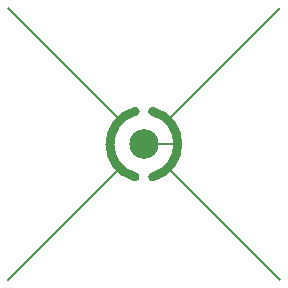
<source format=gtl>
G04 (created by PCBNEW (2013-07-07 BZR 4022)-stable) date 11/13/2014 8:18:10 PM*
%MOIN*%
G04 Gerber Fmt 3.4, Leading zero omitted, Abs format*
%FSLAX34Y34*%
G01*
G70*
G90*
G04 APERTURE LIST*
%ADD10C,0.00590551*%
%ADD11C,0.0295276*%
%ADD12C,0.0984252*%
%ADD13C,0.019685*%
%ADD14C,0.008*%
G04 APERTURE END LIST*
G54D10*
G54D11*
X-292Y1093D02*
G75*
G03X-292Y-1093I292J-1093D01*
G74*
G01*
X292Y-1093D02*
G75*
G03X292Y1093I-292J1093D01*
G74*
G01*
G54D12*
X0Y0D03*
G54D13*
X835Y835D03*
X835Y-835D03*
X-835Y-835D03*
X-835Y835D03*
X1082Y0D03*
X-1082Y0D03*
G54D14*
X-835Y-835D02*
X-4527Y-4527D01*
X835Y835D02*
X4527Y4527D01*
X-835Y835D02*
X-4527Y4527D01*
X835Y-835D02*
X4527Y-4527D01*
X0Y0D02*
X1082Y0D01*
M02*

</source>
